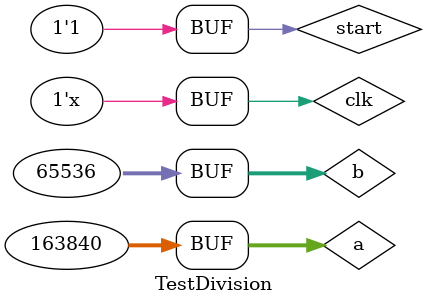
<source format=v>
`timescale 1ns / 1ps


module TestDivision;

	// Inputs
	reg [31:0] a;
	reg [31:0] b;
	reg clk;
	reg start;
	

	// Outputs
	wire [31:0] res;
	
	// Instantiate the Unit Under Test (UUT)
	Division uut (
		.a(a), 
		.b(b), 
		.start(start),
		.clk(clk), 
		.res(res)
	);

	always #5 clk=!clk;
	initial begin
		a=0;
		b=0;
		clk = 0;
		start=0;
		#100;
		
		// Initialize Inputs
		a = {17'd5,15'd0};
		b = {17'd2,15'd0};
		start=1;
		

		// Wait 100 ns for global reset to finish
		#100;
        
		// Add stimulus here

	end
      
endmodule


</source>
